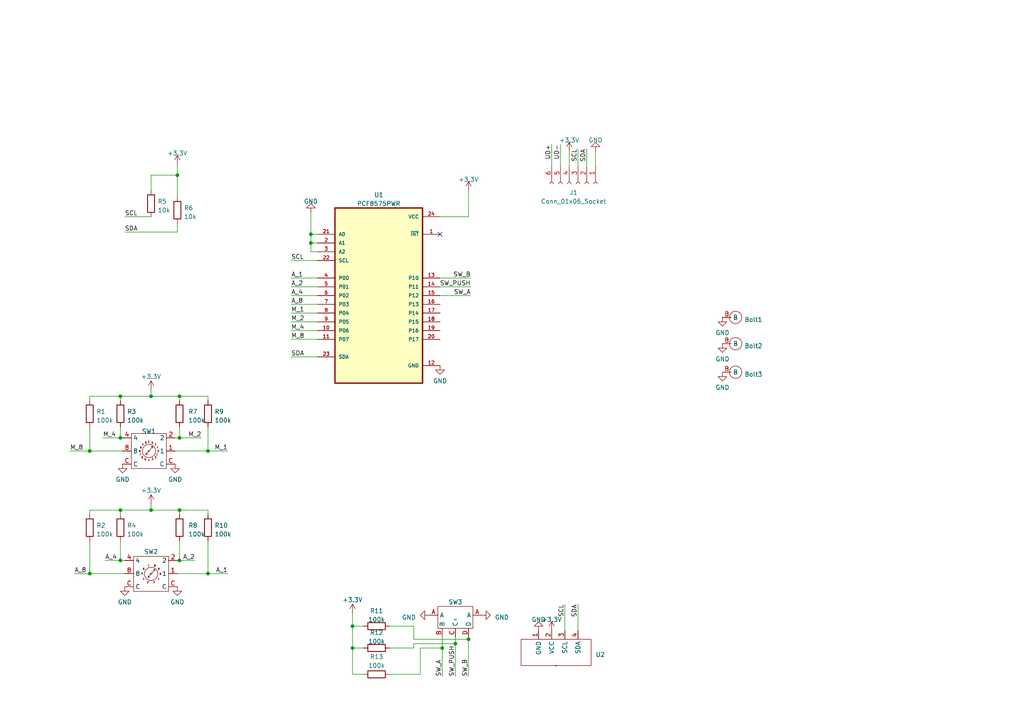
<source format=kicad_sch>
(kicad_sch (version 20230121) (generator eeschema)
  (paper "A4")
  (lib_symbols
    (symbol "0JIMMY:M3_Bolt"
      (property "Reference" "Bolt" (at 0 2.54 0))
      (symbol "M3_Bolt_0_1"
        (circle (center 0 0) (radius 1.7961))
      )
      (symbol "M3_Bolt_1_1"
        (pin input line (at -3.81 0 0) (length 2.54) (name "B") (number "B"))
      )
    )
    (symbol "0JIMMY:OLED_0.96''_i2c"
      (property "Reference" "U" (at 0 15.24 0))
      (symbol "OLED_0.96''_i2c_0_1"
        (rectangle (start -10.16 7.62) (end 10.16 0))
      )
      (symbol "OLED_0.96''_i2c_1_1"
        (pin input line (at -5.08 10.16 270) (length 2.54) (name "GND") (number "1"))
        (pin input line (at -1.27 10.16 270) (length 2.54) (name "VCC") (number "2"))
        (pin input line (at 2.54 10.16 270) (length 2.54) (name "SCL") (number "3"))
        (pin input line (at 6.35 10.16 270) (length 2.54) (name "SDA") (number "4"))
      )
    )
    (symbol "CODED_SW:3Direction_5Pin"
      (property "Reference" "SW" (at 0 5.08 0))
      (symbol "3Direction_5Pin_0_1"
        (rectangle (start -5.08 3.81) (end 5.08 -2.54))
      )
      (symbol "3Direction_5Pin_1_1"
        (pin input line (at -7.62 1.27 0) (length 2.54) (name "A") (number "A"))
        (pin input line (at 7.62 1.27 180) (length 2.54) (name "A") (number "A"))
        (pin output line (at -3.81 -5.08 90) (length 2.54) (name "B") (number "B"))
        (pin output line (at 0 -5.08 90) (length 2.54) (name "C") (number "C"))
        (pin output line (at 3.81 -5.08 90) (length 2.54) (name "D") (number "D"))
      )
    )
    (symbol "CODED_SW:GSMR10S"
      (property "Reference" "SW" (at 0.0254 5.969 0))
      (symbol "GSMR10S_0_0"
        (polyline (pts (xy 0.0254 -0.0508) (xy -0.8636 -1.1176) (xy -0.8128 -0.5842) (xy -0.8382 -1.0922) (xy -0.3556 -0.9906)))
        (polyline (pts (xy 0.0254 -0.0508) (xy 1.0668 1.1938) (xy 0.6096 1.1684) (xy 1.1176 1.2192) (xy 1.1176 0.762) (xy 1.1176 1.1938)))
        (circle (center 0.0254 -0.0762) (radius 1.9306))
        (text "2" (at 0.8636 -2.4892 0) (effects (font (size 0.5 0.5))))
        (text "3" (at -0.9652 -2.54 0) (effects (font (size 0.5 0.5))))
        (text "4" (at -2.1844 -1.524 0) (effects (font (size 0.5 0.5))))
        (text "5" (at -2.6162 0.0254 0) (effects (font (size 0.5 0.5))))
        (text "6" (at -2.1336 1.3716 0) (effects (font (size 0.5 0.5))))
        (text "7" (at -0.7874 2.2606 0) (effects (font (size 0.5 0.5))))
        (text "8" (at 1.1176 2.286 0) (effects (font (size 0.5 0.5))))
        (text "9" (at 2.2606 1.3462 0) (effects (font (size 0.5 0.5))))
      )
      (symbol "GSMR10S_0_1"
        (rectangle (start -5.08 5.0038) (end 5.08 -5.1562))
        (text "0" (at 2.7178 -0.1016 0) (effects (font (size 0.5 0.5))))
        (text "1" (at 2.1844 -1.5748 0) (effects (font (size 0.5 0.5))))
      )
      (symbol "GSMR10S_1_1"
        (pin output line (at 7.62 0 180) (length 2.54) (name "1") (number "1"))
        (pin output line (at 7.62 3.81 180) (length 2.54) (name "2") (number "2"))
        (pin output line (at -7.62 3.81 0) (length 2.54) (name "4") (number "4"))
        (pin output line (at -7.62 0 0) (length 2.54) (name "8") (number "8"))
        (pin input line (at -7.62 -3.81 0) (length 2.54) (name "C") (number "C"))
        (pin input line (at 7.62 -3.81 180) (length 2.54) (name "C") (number "C"))
      )
    )
    (symbol "CODED_SW:GSMR16"
      (property "Reference" "SW" (at 0 6.35 0))
      (symbol "GSMR16_0_0"
        (polyline (pts (xy 0.0254 0.0254) (xy -0.8636 -1.0414) (xy -0.8128 -0.508) (xy -0.8382 -1.016) (xy -0.3556 -0.9144)))
        (polyline (pts (xy 0.0254 0.0254) (xy 1.0668 1.27) (xy 0.6096 1.2446) (xy 1.1176 1.2954) (xy 1.1176 0.8382) (xy 1.1176 1.27)))
        (circle (center 0.0254 0) (radius 1.9306))
        (text "2" (at 1.9304 -1.8542 0) (effects (font (size 0.5 0.5))))
        (text "3" (at 1.0414 -2.3368 0) (effects (font (size 0.5 0.5))))
        (text "4" (at 0 -2.667 0) (effects (font (size 0.5 0.5))))
        (text "5" (at -1.0414 -2.413 0) (effects (font (size 0.5 0.5))))
        (text "6" (at -1.905 -1.8542 0) (effects (font (size 0.5 0.5))))
        (text "7" (at -2.54 -1.0922 0) (effects (font (size 0.5 0.5))))
        (text "8" (at -2.6416 -0.0254 0) (effects (font (size 0.5 0.5))))
        (text "9" (at -2.3368 1.016 0) (effects (font (size 0.5 0.5))))
        (text "A" (at -1.7526 1.9558 0) (effects (font (size 0.5 0.5))))
        (text "B" (at -0.889 2.413 0) (effects (font (size 0.5 0.5))))
        (text "C" (at -0.0254 2.6416 0) (effects (font (size 0.5 0.5))))
        (text "D" (at 1.016 2.3622 0) (effects (font (size 0.5 0.5))))
        (text "E" (at 1.9558 1.905 0) (effects (font (size 0.5 0.5))))
        (text "F" (at 2.5146 0.9652 0) (effects (font (size 0.5 0.5))))
      )
      (symbol "GSMR16_0_1"
        (rectangle (start -5.08 5.08) (end 5.08 -5.08))
        (text "0" (at 2.7178 -0.0254 0) (effects (font (size 0.5 0.5))))
        (text "1" (at 2.3368 -0.9652 0) (effects (font (size 0.5 0.5))))
      )
      (symbol "GSMR16_1_1"
        (pin output line (at 7.62 0 180) (length 2.54) (name "1") (number "1"))
        (pin output line (at 7.62 3.81 180) (length 2.54) (name "2") (number "2"))
        (pin output line (at -7.62 3.81 0) (length 2.54) (name "4") (number "4"))
        (pin output line (at -7.62 0 0) (length 2.54) (name "8") (number "8"))
        (pin input line (at -7.62 -3.81 0) (length 2.54) (name "C") (number "C"))
        (pin input line (at 7.62 -3.81 180) (length 2.54) (name "C") (number "C"))
      )
    )
    (symbol "Connector:Conn_01x06_Socket" (pin_names (offset 1.016) hide)
      (property "Reference" "J" (at 0 7.62 0))
      (property "Value" "Conn_01x06_Socket" (at 0 -10.16 0))
      (symbol "Conn_01x06_Socket_1_1"
        (arc (start 0 -7.112) (mid -0.5058 -7.62) (end 0 -8.128) (stroke (width 0.1524)))
        (arc (start 0 -4.572) (mid -0.5058 -5.08) (end 0 -5.588) (stroke (width 0.1524)))
        (arc (start 0 -2.032) (mid -0.5058 -2.54) (end 0 -3.048) (stroke (width 0.1524)))
        (polyline (pts (xy -1.27 -7.62) (xy -0.508 -7.62)) (stroke (width 0.1524)))
        (polyline (pts (xy -1.27 -5.08) (xy -0.508 -5.08)) (stroke (width 0.1524)))
        (polyline (pts (xy -1.27 -2.54) (xy -0.508 -2.54)) (stroke (width 0.1524)))
        (polyline (pts (xy -1.27 0) (xy -0.508 0)) (stroke (width 0.1524)))
        (polyline (pts (xy -1.27 2.54) (xy -0.508 2.54)) (stroke (width 0.1524)))
        (polyline (pts (xy -1.27 5.08) (xy -0.508 5.08)) (stroke (width 0.1524)))
        (arc (start 0 0.508) (mid -0.5058 0) (end 0 -0.508) (stroke (width 0.1524)))
        (arc (start 0 3.048) (mid -0.5058 2.54) (end 0 2.032) (stroke (width 0.1524)))
        (arc (start 0 5.588) (mid -0.5058 5.08) (end 0 4.572) (stroke (width 0.1524)))
        (pin passive line (at -5.08 5.08 0) (length 3.81) (name "Pin_1") (number "1"))
        (pin passive line (at -5.08 2.54 0) (length 3.81) (name "Pin_2") (number "2"))
        (pin passive line (at -5.08 0 0) (length 3.81) (name "Pin_3") (number "3"))
        (pin passive line (at -5.08 -2.54 0) (length 3.81) (name "Pin_4") (number "4"))
        (pin passive line (at -5.08 -5.08 0) (length 3.81) (name "Pin_5") (number "5"))
        (pin passive line (at -5.08 -7.62 0) (length 3.81) (name "Pin_6") (number "6"))
      )
    )
    (symbol "Device:R" (pin_numbers hide) (pin_names (offset 0))
      (property "Reference" "R" (at 2.032 0 90))
      (property "Value" "R" (at 0 0 90))
      (symbol "R_0_1"
        (rectangle (start -1.016 -2.54) (end 1.016 2.54) (stroke (width 0.254)))
      )
      (symbol "R_1_1"
        (pin passive line (at 0 3.81 270) (length 1.27) (name "~") (number "1"))
        (pin passive line (at 0 -3.81 90) (length 1.27) (name "~") (number "2"))
      )
    )
    (symbol "PCF8575PWR:PCF8575PWR" (pin_names (offset 1.016))
      (property "Reference" "U" (at -12.7 26.4 0))
      (property "Value" "PCF8575PWR" (at -12.7 -29.4 0))
      (symbol "PCF8575PWR_0_0"
        (rectangle (start -12.7 -25.4) (end 12.7 25.4) (stroke (width 0.41)) (fill (type background)))
        (pin output line (at 17.78 17.78 180) (length 5.08) (name "~{INT}") (number "1"))
        (pin bidirectional line (at -17.78 -10.16 0) (length 5.08) (name "P06") (number "10"))
        (pin bidirectional line (at -17.78 -12.7 0) (length 5.08) (name "P07") (number "11"))
        (pin power_in line (at 17.78 -20.32 180) (length 5.08) (name "GND") (number "12"))
        (pin bidirectional line (at 17.78 5.08 180) (length 5.08) (name "P10") (number "13"))
        (pin bidirectional line (at 17.78 2.54 180) (length 5.08) (name "P11") (number "14"))
        (pin bidirectional line (at 17.78 0 180) (length 5.08) (name "P12") (number "15"))
        (pin bidirectional line (at 17.78 -2.54 180) (length 5.08) (name "P13") (number "16"))
        (pin bidirectional line (at 17.78 -5.08 180) (length 5.08) (name "P14") (number "17"))
        (pin bidirectional line (at 17.78 -7.62 180) (length 5.08) (name "P15") (number "18"))
        (pin bidirectional line (at 17.78 -10.16 180) (length 5.08) (name "P16") (number "19"))
        (pin input line (at -17.78 15.24 0) (length 5.08) (name "A1") (number "2"))
        (pin bidirectional line (at 17.78 -12.7 180) (length 5.08) (name "P17") (number "20"))
        (pin input line (at -17.78 17.78 0) (length 5.08) (name "A0") (number "21"))
        (pin input line (at -17.78 10.16 0) (length 5.08) (name "SCL") (number "22"))
        (pin bidirectional line (at -17.78 -17.78 0) (length 5.08) (name "SDA") (number "23"))
        (pin power_in line (at 17.78 22.86 180) (length 5.08) (name "VCC") (number "24"))
        (pin input line (at -17.78 12.7 0) (length 5.08) (name "A2") (number "3"))
        (pin bidirectional line (at -17.78 5.08 0) (length 5.08) (name "P00") (number "4"))
        (pin bidirectional line (at -17.78 2.54 0) (length 5.08) (name "P01") (number "5"))
        (pin bidirectional line (at -17.78 0 0) (length 5.08) (name "P02") (number "6"))
        (pin bidirectional line (at -17.78 -2.54 0) (length 5.08) (name "P03") (number "7"))
        (pin bidirectional line (at -17.78 -5.08 0) (length 5.08) (name "P04") (number "8"))
        (pin bidirectional line (at -17.78 -7.62 0) (length 5.08) (name "P05") (number "9"))
      )
    )
    (symbol "power:+3.3V" (power) (pin_names (offset 0))
      (property "Value" "+3.3V" (at 0 3.556 0))
      (symbol "+3.3V_0_1"
        (polyline (pts (xy -0.762 1.27) (xy 0 2.54)))
        (polyline (pts (xy 0 0) (xy 0 2.54)))
        (polyline (pts (xy 0 2.54) (xy 0.762 1.27)))
      )
      (symbol "+3.3V_1_1"
        (pin power_in line (at 0 0 90) (length 0) hide (name "+3.3V") (number "1"))
      )
    )
    (symbol "power:GND" (power) (pin_names (offset 0))
      (property "Value" "GND" (at 0 -3.81 0))
      (symbol "GND_0_1"
        (polyline (pts (xy 0 0) (xy 0 -1.27) (xy 1.27 -1.27) (xy 0 -2.54) (xy -1.27 -1.27) (xy 0 -1.27)))
      )
      (symbol "GND_1_1"
        (pin power_in line (at 0 0 270) (length 0) hide (name "GND") (number "1"))
      )
    )
  )
  (junction (at 102.235 187.96))
  (junction (at 52.07 147.955))
  (junction (at 26.035 166.37))
  (junction (at 34.925 114.935))
  (junction (at 51.435 50.8))
  (junction (at 60.325 166.37))
  (junction (at 34.925 147.955))
  (junction (at 43.815 147.955))
  (junction (at 90.17 70.485))
  (junction (at 52.07 127))
  (junction (at 128.27 187.96))
  (junction (at 102.235 181.61))
  (junction (at 90.17 67.945))
  (junction (at 34.925 127))
  (junction (at 135.89 185.42))
  (junction (at 34.925 162.56))
  (junction (at 132.08 186.69))
  (junction (at 26.035 130.81))
  (junction (at 60.325 130.81))
  (junction (at 52.07 162.56))
  (junction (at 52.07 114.935))
  (junction (at 43.815 114.935))
  (no_connect (at 127.635 67.945))
  (wire (pts (xy 60.325 116.205) (xy 60.325 114.935)))
  (wire (pts (xy 105.41 181.61) (xy 102.235 181.61)))
  (wire (pts (xy 102.235 181.61) (xy 102.235 177.8)))
  (wire (pts (xy 36.195 166.37) (xy 26.035 166.37)))
  (wire (pts (xy 84.455 98.425) (xy 92.075 98.425)))
  (wire (pts (xy 34.925 147.955) (xy 43.815 147.955)))
  (wire (pts (xy 105.41 195.58) (xy 102.235 195.58)))
  (wire (pts (xy 26.035 114.935) (xy 34.925 114.935)))
  (wire (pts (xy 132.08 196.215) (xy 132.08 186.69)))
  (wire (pts (xy 84.455 83.185) (xy 92.075 83.185)))
  (wire (pts (xy 90.17 67.945) (xy 90.17 70.485)))
  (wire (pts (xy 162.56 41.91) (xy 162.56 48.26)))
  (wire (pts (xy 172.72 43.815) (xy 172.72 48.26)))
  (wire (pts (xy 50.8 127) (xy 52.07 127)))
  (wire (pts (xy 20.32 130.81) (xy 26.035 130.81)))
  (wire (pts (xy 135.89 185.42) (xy 135.89 184.785)))
  (wire (pts (xy 90.17 61.595) (xy 90.17 67.945)))
  (wire (pts (xy 26.035 156.845) (xy 26.035 166.37)))
  (wire (pts (xy 90.17 73.025) (xy 92.075 73.025)))
  (wire (pts (xy 52.07 162.56) (xy 56.515 162.56)))
  (wire (pts (xy 60.325 123.825) (xy 60.325 130.81)))
  (wire (pts (xy 121.92 195.58) (xy 121.92 187.96)))
  (wire (pts (xy 60.325 156.845) (xy 60.325 166.37)))
  (wire (pts (xy 136.525 80.645) (xy 127.635 80.645)))
  (wire (pts (xy 52.07 123.825) (xy 52.07 127)))
  (wire (pts (xy 52.07 156.845) (xy 52.07 162.56)))
  (wire (pts (xy 43.815 146.05) (xy 43.815 147.955)))
  (wire (pts (xy 34.925 127) (xy 35.56 127)))
  (wire (pts (xy 102.235 187.96) (xy 102.235 181.61)))
  (wire (pts (xy 34.925 149.225) (xy 34.925 147.955)))
  (wire (pts (xy 84.455 85.725) (xy 92.075 85.725)))
  (wire (pts (xy 51.435 57.15) (xy 51.435 50.8)))
  (wire (pts (xy 84.455 103.505) (xy 92.075 103.505)))
  (wire (pts (xy 84.455 90.805) (xy 92.075 90.805)))
  (wire (pts (xy 120.015 181.61) (xy 120.015 185.42)))
  (wire (pts (xy 105.41 187.96) (xy 102.235 187.96)))
  (wire (pts (xy 84.455 88.265) (xy 92.075 88.265)))
  (wire (pts (xy 136.525 83.185) (xy 127.635 83.185)))
  (wire (pts (xy 34.925 156.845) (xy 34.925 162.56)))
  (wire (pts (xy 120.015 187.96) (xy 120.015 186.69)))
  (wire (pts (xy 26.035 147.955) (xy 34.925 147.955)))
  (wire (pts (xy 113.03 195.58) (xy 121.92 195.58)))
  (wire (pts (xy 51.435 67.31) (xy 51.435 64.77)))
  (wire (pts (xy 51.435 166.37) (xy 60.325 166.37)))
  (wire (pts (xy 26.035 166.37) (xy 21.59 166.37)))
  (wire (pts (xy 120.015 186.69) (xy 132.08 186.69)))
  (wire (pts (xy 160.02 41.91) (xy 160.02 48.26)))
  (wire (pts (xy 84.455 93.345) (xy 92.075 93.345)))
  (wire (pts (xy 34.925 116.205) (xy 34.925 114.935)))
  (wire (pts (xy 60.325 149.225) (xy 60.325 147.955)))
  (wire (pts (xy 113.03 187.96) (xy 120.015 187.96)))
  (wire (pts (xy 167.64 43.18) (xy 167.64 48.26)))
  (wire (pts (xy 90.17 70.485) (xy 90.17 73.025)))
  (wire (pts (xy 36.195 162.56) (xy 34.925 162.56)))
  (wire (pts (xy 113.03 181.61) (xy 120.015 181.61)))
  (wire (pts (xy 135.89 55.245) (xy 135.89 62.865)))
  (wire (pts (xy 43.815 55.245) (xy 43.815 50.8)))
  (wire (pts (xy 167.64 175.26) (xy 167.64 182.88)))
  (wire (pts (xy 84.455 80.645) (xy 92.075 80.645)))
  (wire (pts (xy 43.815 113.03) (xy 43.815 114.935)))
  (wire (pts (xy 128.27 184.785) (xy 128.27 187.96)))
  (wire (pts (xy 50.8 130.81) (xy 60.325 130.81)))
  (wire (pts (xy 34.925 114.935) (xy 43.815 114.935)))
  (wire (pts (xy 84.455 95.885) (xy 92.075 95.885)))
  (wire (pts (xy 90.17 67.945) (xy 92.075 67.945)))
  (wire (pts (xy 135.89 62.865) (xy 127.635 62.865)))
  (wire (pts (xy 52.07 114.935) (xy 43.815 114.935)))
  (wire (pts (xy 52.07 147.955) (xy 60.325 147.955)))
  (wire (pts (xy 34.925 123.825) (xy 34.925 127)))
  (wire (pts (xy 120.015 185.42) (xy 135.89 185.42)))
  (wire (pts (xy 128.27 196.215) (xy 128.27 187.96)))
  (wire (pts (xy 26.035 130.81) (xy 35.56 130.81)))
  (wire (pts (xy 51.435 47.625) (xy 51.435 50.8)))
  (wire (pts (xy 102.235 195.58) (xy 102.235 187.96)))
  (wire (pts (xy 121.92 187.96) (xy 128.27 187.96)))
  (wire (pts (xy 36.195 67.31) (xy 51.435 67.31)))
  (wire (pts (xy 52.07 147.955) (xy 43.815 147.955)))
  (wire (pts (xy 136.525 85.725) (xy 127.635 85.725)))
  (wire (pts (xy 170.18 43.18) (xy 170.18 48.26)))
  (wire (pts (xy 26.035 123.825) (xy 26.035 130.81)))
  (wire (pts (xy 26.035 116.205) (xy 26.035 114.935)))
  (wire (pts (xy 36.195 62.865) (xy 43.815 62.865)))
  (wire (pts (xy 60.325 130.81) (xy 66.04 130.81)))
  (wire (pts (xy 163.83 175.26) (xy 163.83 182.88)))
  (wire (pts (xy 52.07 127) (xy 58.42 127)))
  (wire (pts (xy 52.07 116.205) (xy 52.07 114.935)))
  (wire (pts (xy 135.89 196.215) (xy 135.89 185.42)))
  (wire (pts (xy 90.17 70.485) (xy 92.075 70.485)))
  (wire (pts (xy 84.455 75.565) (xy 92.075 75.565)))
  (wire (pts (xy 165.1 43.815) (xy 165.1 48.26)))
  (wire (pts (xy 52.07 114.935) (xy 60.325 114.935)))
  (wire (pts (xy 132.08 186.69) (xy 132.08 184.785)))
  (wire (pts (xy 26.035 149.225) (xy 26.035 147.955)))
  (wire (pts (xy 52.07 149.225) (xy 52.07 147.955)))
  (wire (pts (xy 51.435 162.56) (xy 52.07 162.56)))
  (wire (pts (xy 66.04 166.37) (xy 60.325 166.37)))
  (wire (pts (xy 29.845 127) (xy 34.925 127)))
  (wire (pts (xy 43.815 50.8) (xy 51.435 50.8)))
  (wire (pts (xy 34.925 162.56) (xy 30.48 162.56)))
  (label "UD-" (at 162.56 41.91 270))
  (label "SCL" (at 84.455 75.565 0))
  (label "SW_B" (at 136.525 80.645 180))
  (label "M_1" (at 66.04 130.81 180))
  (label "SW_B" (at 135.89 196.215 90))
  (label "M_8" (at 20.32 130.81 0))
  (label "A_4" (at 84.455 85.725 0))
  (label "A_2" (at 56.515 162.56 180))
  (label "A_8" (at 84.455 88.265 0))
  (label "SCL" (at 163.83 175.26 270))
  (label "SDA" (at 36.195 67.31 0))
  (label "M_4" (at 84.455 95.885 0))
  (label "SW_PUSH" (at 136.525 83.185 180))
  (label "A_2" (at 84.455 83.185 0))
  (label "A_4" (at 30.48 162.56 0))
  (label "M_1" (at 84.455 90.805 0))
  (label "UD+" (at 160.02 41.91 270))
  (label "M_2" (at 84.455 93.345 0))
  (label "SDA" (at 167.64 175.26 270))
  (label "A_8" (at 21.59 166.37 0))
  (label "M_8" (at 84.455 98.425 0))
  (label "A_1" (at 84.455 80.645 0))
  (label "SDA" (at 84.455 103.505 0))
  (label "SW_A" (at 136.525 85.725 180))
  (label "SDA" (at 170.18 43.18 270))
  (label "SCL" (at 167.64 43.18 270))
  (label "M_4" (at 29.845 127 0))
  (label "SW_A" (at 128.27 196.215 90))
  (label "SCL" (at 36.195 62.865 0))
  (label "A_1" (at 66.04 166.37 180))
  (label "M_2" (at 58.42 127 180))
  (label "SW_PUSH" (at 132.08 196.215 90))
  (symbol (lib_id "power:GND") (at 51.435 170.18 0) (unit 1)
    (property "Reference" "#PWR02" (effects hide))
    (property "Value" "GND" (at 51.435 174.625 0))
  )
  (symbol (lib_id "Device:R") (at 34.925 120.015 180) (unit 1)
    (property "Reference" "R3" (at 36.83 119.38 0) (effects (justify right)))
    (property "Value" "100k" (at 36.83 121.92 0) (effects (justify right)))
    (property "Footprint" "Resistor_SMD:R_0805_2012Metric_Pad1.20x1.40mm_HandSolder" (effects hide))
  )
  (symbol (lib_id "power:GND") (at 50.8 134.62 0) (unit 1)
    (property "Reference" "#PWR0107" (effects hide))
    (property "Value" "GND" (at 50.8 139.065 0))
  )
  (symbol (lib_id "Device:R") (at 51.435 60.96 180) (unit 1)
    (property "Reference" "R6" (at 53.34 60.325 0) (effects (justify right)))
    (property "Value" "10k" (at 53.34 62.865 0) (effects (justify right)))
    (property "Footprint" "Resistor_SMD:R_0805_2012Metric_Pad1.20x1.40mm_HandSolder" (effects hide))
  )
  (symbol (lib_id "CODED_SW:GSMR10S") (at 43.815 166.37 0) (unit 1)
    (property "Reference" "SW2" (at 43.815 160.02 0))
    (property "Value" "~" (at 43.815 166.37 0))
    (property "Footprint" "SW_CODED:GSMR_10S" (effects hide))
  )
  (symbol (lib_id "power:GND") (at 36.195 170.18 0) (unit 1)
    (property "Reference" "#PWR01" (effects hide))
    (property "Value" "GND" (at 36.195 174.625 0))
  )
  (symbol (lib_id "Connector:Conn_01x06_Socket") (at 167.64 53.34 270) (unit 1)
    (property "Reference" "J1" (at 166.37 55.88 90))
    (property "Value" "Conn_01x06_Socket" (at 166.37 58.42 90))
    (property "Footprint" "Connector_FFC-FPC:TE_84953-6_1x06-1MP_P1.0mm_Horizontal" (effects hide))
  )
  (symbol (lib_id "power:GND") (at 172.72 43.815 180) (unit 1)
    (property "Reference" "#PWR03" (effects hide))
    (property "Value" "GND" (at 172.72 40.64 0))
  )
  (symbol (lib_id "power:GND") (at 127.635 106.045 0) (unit 1)
    (property "Reference" "#PWR0101" (effects hide))
    (property "Value" "GND" (at 127.635 110.49 0))
  )
  (symbol (lib_id "Device:R") (at 60.325 120.015 180) (unit 1)
    (property "Reference" "R9" (at 62.23 119.38 0) (effects (justify right)))
    (property "Value" "100k" (at 62.23 121.92 0) (effects (justify right)))
    (property "Footprint" "Resistor_SMD:R_0805_2012Metric_Pad1.20x1.40mm_HandSolder" (effects hide))
  )
  (symbol (lib_id "power:GND") (at 209.55 99.695 0) (unit 1)
    (property "Reference" "#PWR09" (effects hide))
    (property "Value" "GND" (at 209.55 104.14 0))
  )
  (symbol (lib_id "Device:R") (at 52.07 153.035 180) (unit 1)
    (property "Reference" "R8" (at 54.61 152.4 0) (effects (justify right)))
    (property "Value" "100k" (at 54.61 154.94 0) (effects (justify right)))
    (property "Footprint" "Resistor_SMD:R_0805_2012Metric_Pad1.20x1.40mm_HandSolder" (effects hide))
  )
  (symbol (lib_id "0JIMMY:M3_Bolt") (at 213.36 107.95 0) (unit 1)
    (property "Reference" "Bolt3" (at 215.9 108.585 0) (effects (justify left)))
    (property "Value" "~" (at 213.36 107.95 0))
    (property "Footprint" "0JIMMY:M3_Bolt" (effects hide))
  )
  (symbol (lib_id "PCF8575PWR:PCF8575PWR") (at 109.855 85.725 0) (unit 1)
    (property "Reference" "U1" (at 109.855 56.515 0))
    (property "Value" "PCF8575PWR" (at 109.855 59.055 0))
    (property "Footprint" "SOP65P640X120-24N" (effects hide))
  )
  (symbol (lib_id "Device:R") (at 109.22 181.61 270) (unit 1)
    (property "Reference" "R11" (at 109.22 177.165 90))
    (property "Value" "100k" (at 109.22 179.705 90))
    (property "Footprint" "Resistor_SMD:R_0805_2012Metric_Pad1.20x1.40mm_HandSolder" (effects hide))
  )
  (symbol (lib_id "power:+3.3V") (at 102.235 177.8 0) (unit 1)
    (property "Reference" "#PWR012" (effects hide))
    (property "Value" "+3.3V" (at 102.235 173.99 0))
  )
  (symbol (lib_id "Device:R") (at 60.325 153.035 180) (unit 1)
    (property "Reference" "R10" (at 62.23 152.4 0) (effects (justify right)))
    (property "Value" "100k" (at 62.23 154.94 0) (effects (justify right)))
    (property "Footprint" "Resistor_SMD:R_0805_2012Metric_Pad1.20x1.40mm_HandSolder" (effects hide))
  )
  (symbol (lib_id "power:GND") (at 139.7 178.435 90) (unit 1)
    (property "Reference" "#PWR011" (effects hide))
    (property "Value" "GND" (at 143.51 179.07 90) (effects (justify right)))
  )
  (symbol (lib_id "Device:R") (at 52.07 120.015 180) (unit 1)
    (property "Reference" "R7" (at 54.61 119.38 0) (effects (justify right)))
    (property "Value" "100k" (at 54.61 121.92 0) (effects (justify right)))
    (property "Footprint" "Resistor_SMD:R_0805_2012Metric_Pad1.20x1.40mm_HandSolder" (effects hide))
  )
  (symbol (lib_id "Device:R") (at 109.22 187.96 270) (unit 1)
    (property "Reference" "R12" (at 109.22 183.515 90))
    (property "Value" "100k" (at 109.22 186.055 90))
    (property "Footprint" "Resistor_SMD:R_0805_2012Metric_Pad1.20x1.40mm_HandSolder" (effects hide))
  )
  (symbol (lib_id "power:GND") (at 124.46 178.435 270) (unit 1)
    (property "Reference" "#PWR07" (effects hide))
    (property "Value" "GND" (at 120.65 179.07 90) (effects (justify right)))
  )
  (symbol (lib_id "power:+3.3V") (at 135.89 55.245 0) (unit 1)
    (property "Reference" "#PWR0103" (effects hide))
    (property "Value" "+3.3V" (at 135.89 52.07 0))
  )
  (symbol (lib_id "power:GND") (at 156.21 182.88 180) (unit 1)
    (property "Reference" "#PWR06" (effects hide))
    (property "Value" "GND" (at 156.21 179.705 0))
  )
  (symbol (lib_id "Device:R") (at 109.22 195.58 270) (unit 1)
    (property "Reference" "R13" (at 109.22 190.5 90))
    (property "Value" "100k" (at 109.22 193.04 90))
    (property "Footprint" "Resistor_SMD:R_0805_2012Metric_Pad1.20x1.40mm_HandSolder" (effects hide))
  )
  (symbol (lib_id "power:GND") (at 209.55 107.95 0) (unit 1)
    (property "Reference" "#PWR08" (effects hide))
    (property "Value" "GND" (at 209.55 112.395 0))
  )
  (symbol (lib_id "CODED_SW:GSMR16") (at 43.18 130.81 0) (unit 1)
    (property "Reference" "SW1" (at 43.18 125.095 0))
    (property "Value" "~" (at 43.18 130.81 0))
    (property "Footprint" "SW_CODED:GSMR_16" (effects hide))
  )
  (symbol (lib_id "power:GND") (at 209.55 92.075 0) (unit 1)
    (property "Reference" "#PWR010" (effects hide))
    (property "Value" "GND" (at 209.55 96.52 0))
  )
  (symbol (lib_id "Device:R") (at 26.035 120.015 180) (unit 1)
    (property "Reference" "R1" (at 27.94 119.38 0) (effects (justify right)))
    (property "Value" "100k" (at 27.94 121.92 0) (effects (justify right)))
    (property "Footprint" "Resistor_SMD:R_0805_2012Metric_Pad1.20x1.40mm_HandSolder" (effects hide))
  )
  (symbol (lib_id "Device:R") (at 43.815 59.055 180) (unit 1)
    (property "Reference" "R5" (at 45.72 58.42 0) (effects (justify right)))
    (property "Value" "10k" (at 45.72 60.96 0) (effects (justify right)))
    (property "Footprint" "Resistor_SMD:R_0805_2012Metric_Pad1.20x1.40mm_HandSolder" (effects hide))
  )
  (symbol (lib_id "0JIMMY:M3_Bolt") (at 213.36 92.075 0) (unit 1)
    (property "Reference" "Bolt1" (at 215.9 92.71 0) (effects (justify left)))
    (property "Value" "~" (at 213.36 92.075 0))
    (property "Footprint" "0JIMMY:M3_Bolt" (effects hide))
  )
  (symbol (lib_id "0JIMMY:M3_Bolt") (at 213.36 99.695 0) (unit 1)
    (property "Reference" "Bolt2" (at 215.9 100.33 0) (effects (justify left)))
    (property "Value" "~" (at 213.36 99.695 0))
    (property "Footprint" "0JIMMY:M3_Bolt" (effects hide))
  )
  (symbol (lib_id "0JIMMY:OLED_0.96''_i2c") (at 161.29 193.04 0) (unit 1)
    (property "Reference" "U2" (at 172.72 189.865 0) (effects (justify left)))
    (property "Value" "~" (at 161.29 193.04 0))
    (property "Footprint" "0JIMMY:OLED 0.96 i2c" (effects hide))
  )
  (symbol (lib_id "Device:R") (at 34.925 153.035 180) (unit 1)
    (property "Reference" "R4" (at 36.83 152.4 0) (effects (justify right)))
    (property "Value" "100k" (at 36.83 154.94 0) (effects (justify right)))
    (property "Footprint" "Resistor_SMD:R_0805_2012Metric_Pad1.20x1.40mm_HandSolder" (effects hide))
  )
  (symbol (lib_id "power:GND") (at 90.17 61.595 180) (unit 1)
    (property "Reference" "#PWR0102" (effects hide))
    (property "Value" "GND" (at 90.17 58.42 0))
  )
  (symbol (lib_id "power:+3.3V") (at 165.1 43.815 0) (unit 1)
    (property "Reference" "#PWR04" (effects hide))
    (property "Value" "+3.3V" (at 165.1 40.64 0))
  )
  (symbol (lib_id "power:+3.3V") (at 43.815 146.05 0) (unit 1)
    (property "Reference" "#PWR0106" (effects hide))
    (property "Value" "+3.3V" (at 43.815 142.24 0))
  )
  (symbol (lib_id "power:+3.3V") (at 51.435 47.625 0) (unit 1)
    (property "Reference" "#PWR0104" (effects hide))
    (property "Value" "+3.3V" (at 51.435 44.45 0))
  )
  (symbol (lib_id "power:+3.3V") (at 160.02 182.88 0) (unit 1)
    (property "Reference" "#PWR05" (effects hide))
    (property "Value" "+3.3V" (at 160.02 179.705 0))
  )
  (symbol (lib_id "power:GND") (at 35.56 134.62 0) (unit 1)
    (property "Reference" "#PWR0108" (effects hide))
    (property "Value" "GND" (at 35.56 139.065 0))
  )
  (symbol (lib_id "power:+3.3V") (at 43.815 113.03 0) (unit 1)
    (property "Reference" "#PWR0105" (effects hide))
    (property "Value" "+3.3V" (at 43.815 109.22 0))
  )
  (symbol (lib_id "Device:R") (at 26.035 153.035 180) (unit 1)
    (property "Reference" "R2" (at 27.94 152.4 0) (effects (justify right)))
    (property "Value" "100k" (at 27.94 154.94 0) (effects (justify right)))
    (property "Footprint" "Resistor_SMD:R_0805_2012Metric_Pad1.20x1.40mm_HandSolder" (effects hide))
  )
  (symbol (lib_id "CODED_SW:3Direction_5Pin") (at 132.08 179.705 0) (unit 1)
    (property "Reference" "SW3" (at 132.08 174.625 0))
    (property "Value" "~" (at 132.08 179.705 0))
    (property "Footprint" "SW_CODED:Direction3 Pin5" (effects hide))
  )
)
</source>
